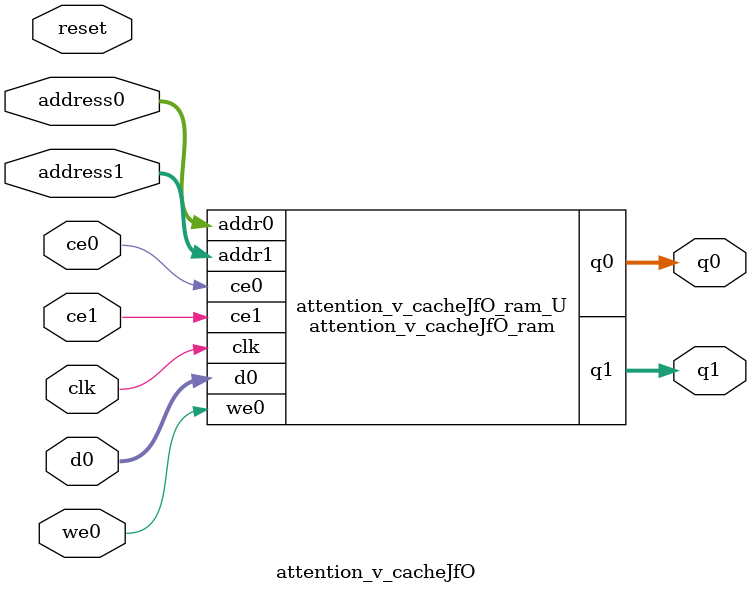
<source format=v>
`timescale 1 ns / 1 ps
module attention_v_cacheJfO_ram (addr0, ce0, d0, we0, q0, addr1, ce1, q1,  clk);

parameter DWIDTH = 32;
parameter AWIDTH = 4;
parameter MEM_SIZE = 12;

input[AWIDTH-1:0] addr0;
input ce0;
input[DWIDTH-1:0] d0;
input we0;
output reg[DWIDTH-1:0] q0;
input[AWIDTH-1:0] addr1;
input ce1;
output reg[DWIDTH-1:0] q1;
input clk;

(* ram_style = "distributed" *)reg [DWIDTH-1:0] ram[0:MEM_SIZE-1];




always @(posedge clk)  
begin 
    if (ce0) begin
        if (we0) 
            ram[addr0] <= d0; 
        q0 <= ram[addr0];
    end
end


always @(posedge clk)  
begin 
    if (ce1) begin
        q1 <= ram[addr1];
    end
end


endmodule

`timescale 1 ns / 1 ps
module attention_v_cacheJfO(
    reset,
    clk,
    address0,
    ce0,
    we0,
    d0,
    q0,
    address1,
    ce1,
    q1);

parameter DataWidth = 32'd32;
parameter AddressRange = 32'd12;
parameter AddressWidth = 32'd4;
input reset;
input clk;
input[AddressWidth - 1:0] address0;
input ce0;
input we0;
input[DataWidth - 1:0] d0;
output[DataWidth - 1:0] q0;
input[AddressWidth - 1:0] address1;
input ce1;
output[DataWidth - 1:0] q1;



attention_v_cacheJfO_ram attention_v_cacheJfO_ram_U(
    .clk( clk ),
    .addr0( address0 ),
    .ce0( ce0 ),
    .we0( we0 ),
    .d0( d0 ),
    .q0( q0 ),
    .addr1( address1 ),
    .ce1( ce1 ),
    .q1( q1 ));

endmodule


</source>
